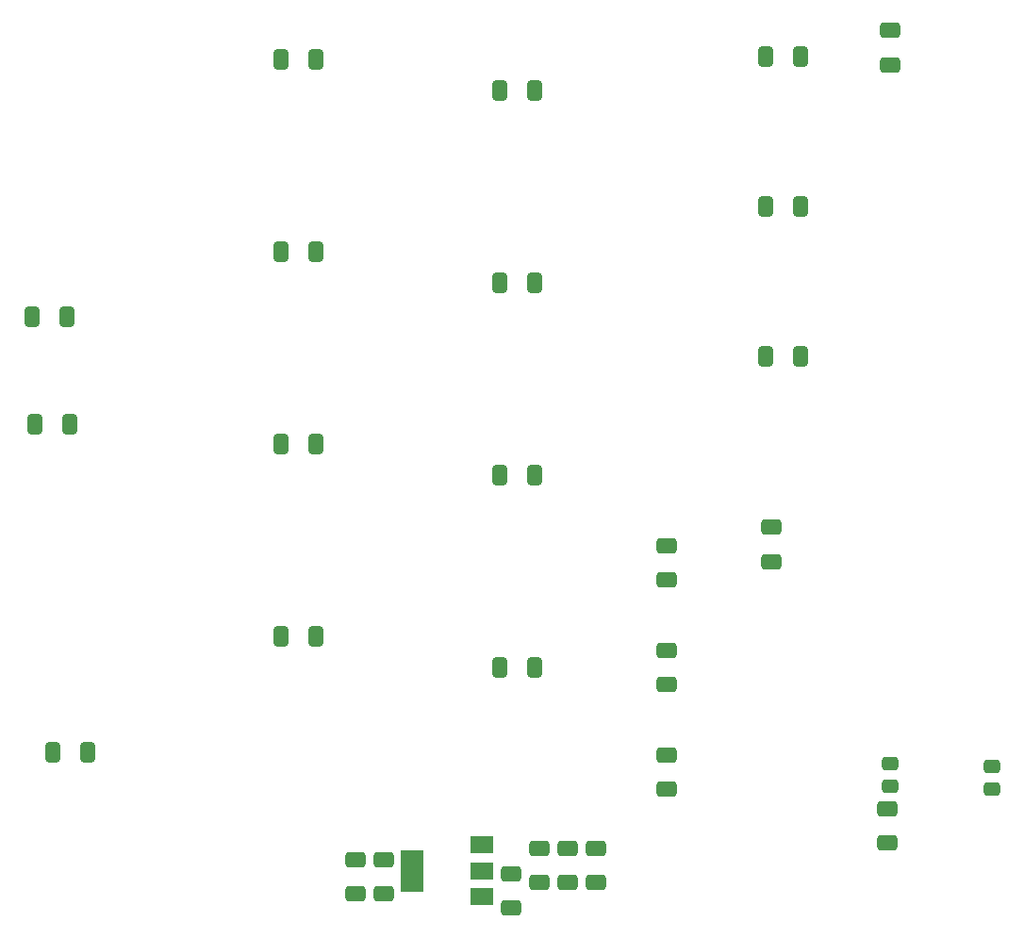
<source format=gbr>
%TF.GenerationSoftware,KiCad,Pcbnew,6.0.4-6f826c9f35~116~ubuntu21.10.1*%
%TF.CreationDate,2022-04-21T21:07:43+02:00*%
%TF.ProjectId,Interco_nucleo_4couches-rounded,496e7465-7263-46f5-9f6e-75636c656f5f,rev?*%
%TF.SameCoordinates,Original*%
%TF.FileFunction,Paste,Top*%
%TF.FilePolarity,Positive*%
%FSLAX46Y46*%
G04 Gerber Fmt 4.6, Leading zero omitted, Abs format (unit mm)*
G04 Created by KiCad (PCBNEW 6.0.4-6f826c9f35~116~ubuntu21.10.1) date 2022-04-21 21:07:43*
%MOMM*%
%LPD*%
G01*
G04 APERTURE LIST*
G04 Aperture macros list*
%AMRoundRect*
0 Rectangle with rounded corners*
0 $1 Rounding radius*
0 $2 $3 $4 $5 $6 $7 $8 $9 X,Y pos of 4 corners*
0 Add a 4 corners polygon primitive as box body*
4,1,4,$2,$3,$4,$5,$6,$7,$8,$9,$2,$3,0*
0 Add four circle primitives for the rounded corners*
1,1,$1+$1,$2,$3*
1,1,$1+$1,$4,$5*
1,1,$1+$1,$6,$7*
1,1,$1+$1,$8,$9*
0 Add four rect primitives between the rounded corners*
20,1,$1+$1,$2,$3,$4,$5,0*
20,1,$1+$1,$4,$5,$6,$7,0*
20,1,$1+$1,$6,$7,$8,$9,0*
20,1,$1+$1,$8,$9,$2,$3,0*%
G04 Aperture macros list end*
%ADD10RoundRect,0.250000X-0.650000X0.412500X-0.650000X-0.412500X0.650000X-0.412500X0.650000X0.412500X0*%
%ADD11RoundRect,0.250000X-0.412500X-0.650000X0.412500X-0.650000X0.412500X0.650000X-0.412500X0.650000X0*%
%ADD12RoundRect,0.250000X0.412500X0.650000X-0.412500X0.650000X-0.412500X-0.650000X0.412500X-0.650000X0*%
%ADD13R,2.000000X1.500000*%
%ADD14R,2.000000X3.800000*%
%ADD15RoundRect,0.250000X0.475000X-0.337500X0.475000X0.337500X-0.475000X0.337500X-0.475000X-0.337500X0*%
%ADD16RoundRect,0.250000X0.650000X-0.412500X0.650000X0.412500X-0.650000X0.412500X-0.650000X-0.412500X0*%
G04 APERTURE END LIST*
D10*
%TO.C,C74*%
X69850000Y-125730000D03*
X69850000Y-128855000D03*
%TD*%
D11*
%TO.C,C515*%
X80264000Y-91186000D03*
X83389000Y-91186000D03*
%TD*%
D12*
%TO.C,C52*%
X63754000Y-88392000D03*
X60629000Y-88392000D03*
%TD*%
D10*
%TO.C,C513*%
X81280000Y-127000000D03*
X81280000Y-130125000D03*
%TD*%
D12*
%TO.C,C53*%
X63754000Y-105664000D03*
X60629000Y-105664000D03*
%TD*%
D11*
%TO.C,C56*%
X104140000Y-80518000D03*
X107265000Y-80518000D03*
%TD*%
D13*
%TO.C,U70*%
X78690000Y-129046000D03*
X78690000Y-126746000D03*
D14*
X72390000Y-126746000D03*
D13*
X78690000Y-124446000D03*
%TD*%
D12*
%TO.C,C58*%
X41402000Y-76962000D03*
X38277000Y-76962000D03*
%TD*%
D11*
%TO.C,C54*%
X104140000Y-53594000D03*
X107265000Y-53594000D03*
%TD*%
%TO.C,C55*%
X104140000Y-67056000D03*
X107265000Y-67056000D03*
%TD*%
%TO.C,C516*%
X80264000Y-73914000D03*
X83389000Y-73914000D03*
%TD*%
D10*
%TO.C,C57*%
X104648000Y-95885000D03*
X104648000Y-99010000D03*
%TD*%
D15*
%TO.C,R23*%
X115316000Y-119169000D03*
X115316000Y-117094000D03*
%TD*%
D16*
%TO.C,C591*%
X95250000Y-110059000D03*
X95250000Y-106934000D03*
%TD*%
D10*
%TO.C,C590*%
X95250000Y-116332000D03*
X95250000Y-119457000D03*
%TD*%
%TO.C,C72*%
X88900000Y-124714000D03*
X88900000Y-127839000D03*
%TD*%
D16*
%TO.C,C512*%
X115316000Y-54356000D03*
X115316000Y-51231000D03*
%TD*%
D11*
%TO.C,C514*%
X80264000Y-108458000D03*
X83389000Y-108458000D03*
%TD*%
D10*
%TO.C,C73*%
X67310000Y-125730000D03*
X67310000Y-128855000D03*
%TD*%
%TO.C,C71*%
X86360000Y-124714000D03*
X86360000Y-127839000D03*
%TD*%
D12*
%TO.C,C51*%
X63754000Y-71120000D03*
X60629000Y-71120000D03*
%TD*%
D11*
%TO.C,C510*%
X40132000Y-116078000D03*
X43257000Y-116078000D03*
%TD*%
%TO.C,C517*%
X80264000Y-56642000D03*
X83389000Y-56642000D03*
%TD*%
D16*
%TO.C,C592*%
X95250000Y-100661000D03*
X95250000Y-97536000D03*
%TD*%
D12*
%TO.C,C511*%
X41656000Y-86614000D03*
X38531000Y-86614000D03*
%TD*%
%TO.C,C50*%
X63754000Y-53848000D03*
X60629000Y-53848000D03*
%TD*%
D10*
%TO.C,C518*%
X115062000Y-121158000D03*
X115062000Y-124283000D03*
%TD*%
%TO.C,C70*%
X83820000Y-124714000D03*
X83820000Y-127839000D03*
%TD*%
D15*
%TO.C,R22*%
X124460000Y-119423000D03*
X124460000Y-117348000D03*
%TD*%
M02*

</source>
